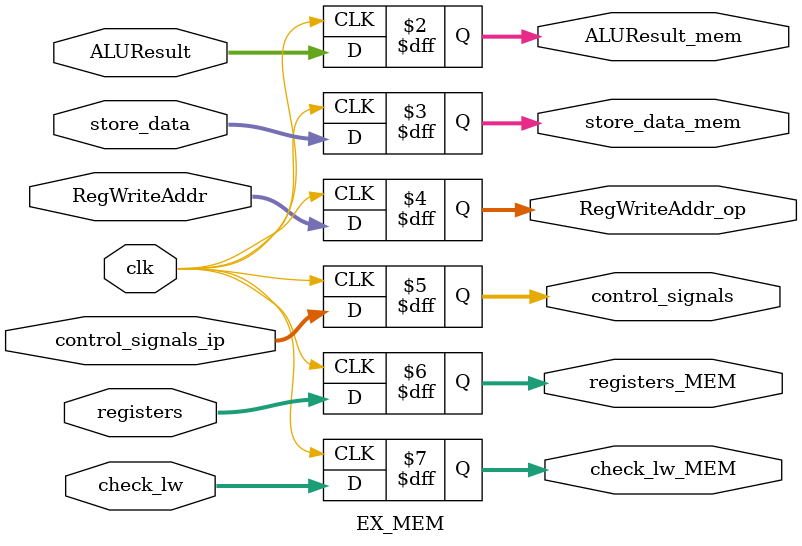
<source format=v>
module EX_MEM(
    input [31:0] ALUResult,
    input [31:0] store_data,
    input [9:0] RegWriteAddr,
    input clk,
    input [4:0] control_signals_ip,
    input [14:0] registers,
    input [5:0] check_lw,
    output reg [31:0] ALUResult_mem,
    output reg [31:0] store_data_mem,
    output reg [9:0] RegWriteAddr_op,
    output reg [4:0] control_signals,
    output reg [14:0] registers_MEM,
    output reg [5:0] check_lw_MEM
);

always@(posedge clk) begin
    ALUResult_mem <= ALUResult;
    store_data_mem <= store_data;
    RegWriteAddr_op <= RegWriteAddr;
    control_signals <= control_signals_ip;
    registers_MEM <= registers;
    check_lw_MEM <= check_lw;
end

endmodule
</source>
